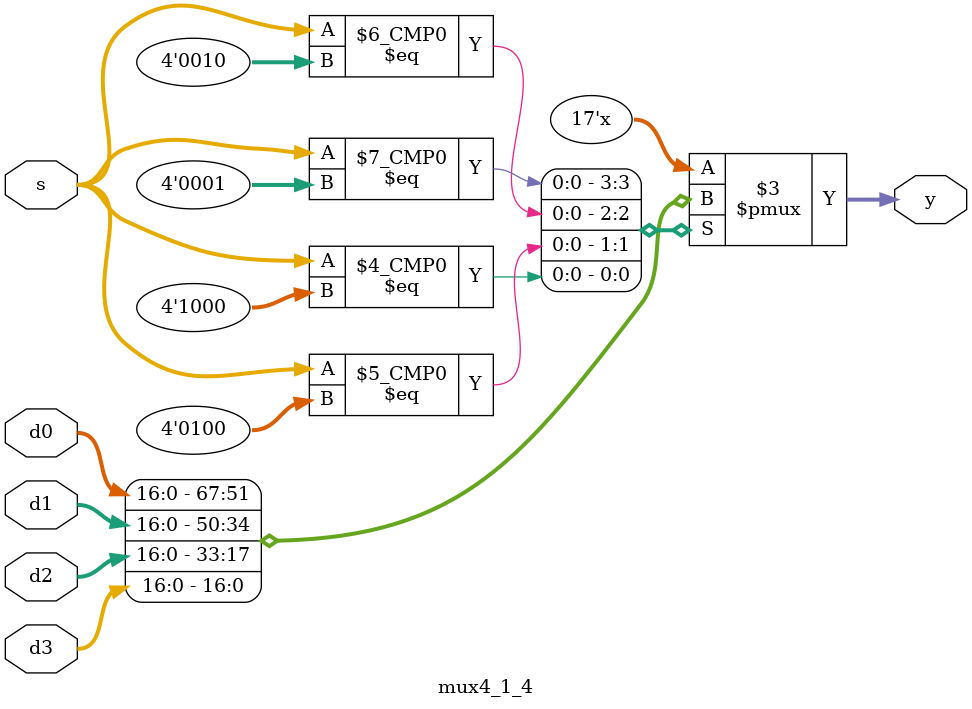
<source format=sv>
module mux4_1_4
	#(parameter width = 17)
	 (input  logic [width-1:0] d0, d1, d2, d3,
	  input  logic [3:0] s, 
	  output logic [width-1:0] y);
	 
	 always_comb 
	 begin
			unique case(s)
			4'b0001 : y = d0;
			4'b0010 : y = d1;
			4'b0100 : y = d2;
			4'b1000 : y = d3;
			endcase
	 end
endmodule
</source>
